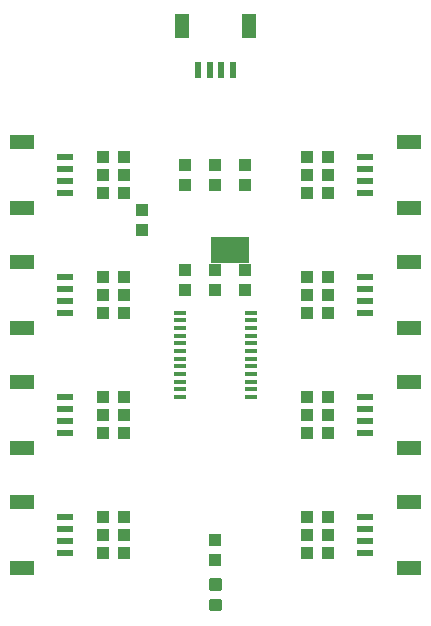
<source format=gtp>
G75*
%MOIN*%
%OFA0B0*%
%FSLAX25Y25*%
%IPPOS*%
%LPD*%
%AMOC8*
5,1,8,0,0,1.08239X$1,22.5*
%
%ADD10R,0.03937X0.04331*%
%ADD11R,0.07874X0.04724*%
%ADD12R,0.05315X0.02362*%
%ADD13R,0.03937X0.01181*%
%ADD14R,0.04331X0.03937*%
%ADD15R,0.04724X0.07874*%
%ADD16R,0.02362X0.05315*%
%ADD17C,0.01181*%
%ADD18R,0.13000X0.08800*%
D10*
X0188333Y0081654D03*
X0188333Y0088346D03*
X0188334Y0171650D03*
X0188334Y0178343D03*
X0178334Y0178343D03*
X0178334Y0171650D03*
X0198334Y0171650D03*
X0198334Y0178343D03*
X0163834Y0191650D03*
X0163834Y0198343D03*
X0178334Y0206650D03*
X0178334Y0213343D03*
X0188334Y0213343D03*
X0188334Y0206650D03*
X0198334Y0206650D03*
X0198334Y0213343D03*
D11*
X0123865Y0078973D03*
X0123865Y0101021D03*
X0123865Y0118973D03*
X0123865Y0141021D03*
X0123865Y0158973D03*
X0123865Y0181021D03*
X0123865Y0198973D03*
X0123865Y0221021D03*
X0252799Y0221023D03*
X0252799Y0198976D03*
X0252799Y0181023D03*
X0252799Y0158976D03*
X0252799Y0141023D03*
X0252799Y0118976D03*
X0252799Y0101023D03*
X0252799Y0078976D03*
D12*
X0238330Y0084094D03*
X0238330Y0088031D03*
X0238330Y0091968D03*
X0238330Y0095905D03*
X0238330Y0124094D03*
X0238330Y0128031D03*
X0238330Y0131968D03*
X0238330Y0135905D03*
X0238330Y0164094D03*
X0238330Y0168031D03*
X0238330Y0171968D03*
X0238330Y0175905D03*
X0238330Y0204094D03*
X0238330Y0208031D03*
X0238330Y0211968D03*
X0238330Y0215905D03*
X0138334Y0215902D03*
X0138334Y0211965D03*
X0138334Y0208028D03*
X0138334Y0204091D03*
X0138334Y0175902D03*
X0138334Y0171965D03*
X0138334Y0168028D03*
X0138334Y0164091D03*
X0138334Y0135902D03*
X0138334Y0131965D03*
X0138334Y0128028D03*
X0138334Y0124091D03*
X0138334Y0095902D03*
X0138334Y0091965D03*
X0138334Y0088028D03*
X0138334Y0084091D03*
D13*
X0176523Y0135922D03*
X0176523Y0138481D03*
X0176523Y0141040D03*
X0176523Y0143599D03*
X0176523Y0146158D03*
X0176523Y0148717D03*
X0176523Y0151276D03*
X0176523Y0153836D03*
X0176523Y0156395D03*
X0176523Y0158954D03*
X0176523Y0161513D03*
X0176523Y0164052D03*
X0200145Y0164072D03*
X0200145Y0161513D03*
X0200145Y0158954D03*
X0200145Y0156395D03*
X0200145Y0153836D03*
X0200145Y0151276D03*
X0200145Y0148717D03*
X0200145Y0146158D03*
X0200145Y0143599D03*
X0200145Y0141040D03*
X0200145Y0138481D03*
X0200145Y0135922D03*
D14*
X0218986Y0136003D03*
X0218986Y0130003D03*
X0218987Y0124000D03*
X0225680Y0124000D03*
X0225679Y0130003D03*
X0225679Y0136003D03*
X0225680Y0164000D03*
X0225679Y0170003D03*
X0225679Y0176003D03*
X0218986Y0176003D03*
X0218986Y0170003D03*
X0218987Y0164000D03*
X0218987Y0204000D03*
X0218986Y0210003D03*
X0218986Y0216003D03*
X0225679Y0216003D03*
X0225679Y0210003D03*
X0225680Y0204000D03*
X0157680Y0203997D03*
X0150987Y0203997D03*
X0150987Y0209997D03*
X0157680Y0209997D03*
X0157680Y0215997D03*
X0150987Y0215997D03*
X0150987Y0175997D03*
X0157680Y0175997D03*
X0157680Y0169997D03*
X0157680Y0163997D03*
X0150987Y0163997D03*
X0150987Y0169997D03*
X0150987Y0135997D03*
X0157680Y0135997D03*
X0157680Y0129997D03*
X0150987Y0129997D03*
X0150987Y0123997D03*
X0157680Y0123997D03*
X0157680Y0095997D03*
X0150987Y0095997D03*
X0150987Y0089997D03*
X0157680Y0089997D03*
X0157680Y0083997D03*
X0150987Y0083997D03*
X0218987Y0084000D03*
X0218986Y0090003D03*
X0218986Y0096003D03*
X0225679Y0096003D03*
X0225679Y0090003D03*
X0225680Y0084000D03*
D15*
X0199357Y0259469D03*
X0177310Y0259469D03*
D16*
X0182428Y0245000D03*
X0186365Y0245000D03*
X0190302Y0245000D03*
X0194239Y0245000D03*
D17*
X0189711Y0072075D02*
X0186955Y0072075D01*
X0186955Y0074831D01*
X0189711Y0074831D01*
X0189711Y0072075D01*
X0189711Y0073255D02*
X0186955Y0073255D01*
X0186955Y0074435D02*
X0189711Y0074435D01*
X0189711Y0065169D02*
X0186955Y0065169D01*
X0186955Y0067925D01*
X0189711Y0067925D01*
X0189711Y0065169D01*
X0189711Y0066349D02*
X0186955Y0066349D01*
X0186955Y0067529D02*
X0189711Y0067529D01*
D18*
X0193333Y0185000D03*
M02*

</source>
